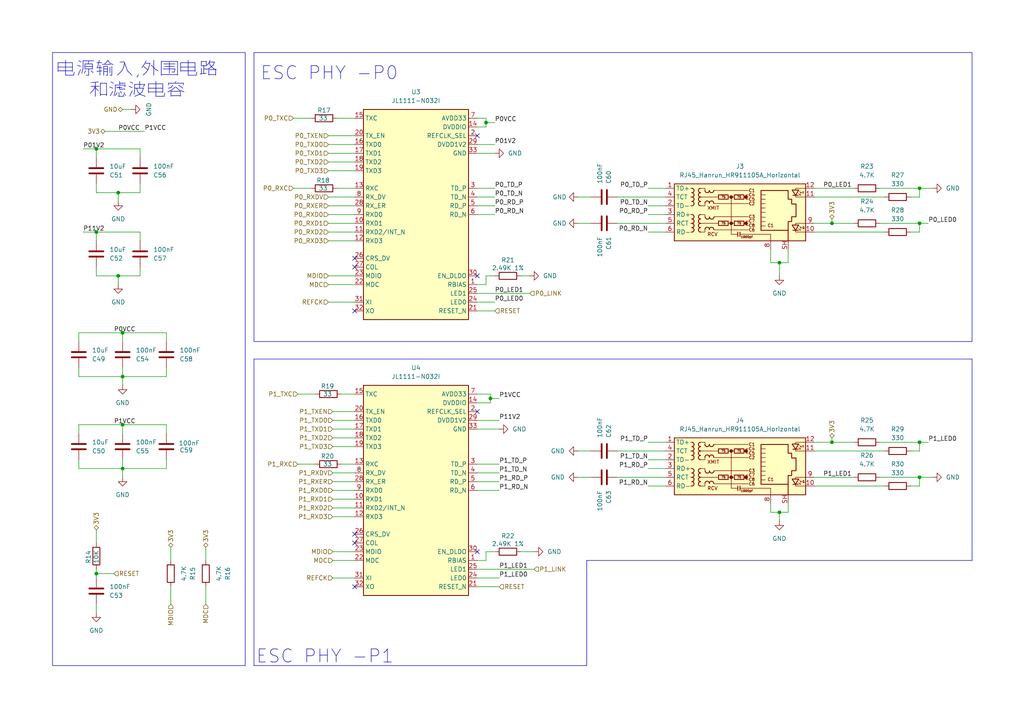
<source format=kicad_sch>
(kicad_sch (version 20250114) (generator "eeschema") (generator_version "9.0")
  (paper "A4")
  (title_block (title "NETWORK") (date "2025-10-30") (rev "V0.1") (company "MouseGlueBoard"))
  (lib_symbols
    (symbol "14_HPM_Internet:JL1111-N032I"
      (property "Reference" "U" (at -12.7 31.75 0))
      (property "Value" "JL1111-N032I" (at 16.51 31.75 0))
      (symbol "JL1111-N032I_1_1"
        (rectangle (start -13.97 30.48) (end 16.51 -30.48) (stroke (width 0.254)) (fill (type background)))
        (pin input line (at -16.51 27.94 0) (length 2.54) (name "TXC") (number "15"))
        (pin input line (at -16.51 22.86 0) (length 2.54) (name "TX_EN") (number "20"))
        (pin input line (at -16.51 20.32 0) (length 2.54) (name "TXD0") (number "16"))
        (pin input line (at -16.51 17.78 0) (length 2.54) (name "TXD1") (number "17"))
        (pin input line (at -16.51 15.24 0) (length 2.54) (name "TXD2") (number "18"))
        (pin input line (at -16.51 12.7 0) (length 2.54) (name "TXD3") (number "19"))
        (pin output line (at -16.51 7.62 0) (length 2.54) (name "RXC") (number "13"))
        (pin output line (at -16.51 5.08 0) (length 2.54) (name "RX_DV") (number "8"))
        (pin output line (at -16.51 2.54 0) (length 2.54) (name "RX_ER") (number "28"))
        (pin output line (at -16.51 0 0) (length 2.54) (name "RXD0") (number "9"))
        (pin output line (at -16.51 -2.54 0) (length 2.54) (name "RXD1") (number "10"))
        (pin output line (at -16.51 -5.08 0) (length 2.54) (name "RXD2/INT_N") (number "11"))
        (pin output line (at -16.51 -7.62 0) (length 2.54) (name "RXD3") (number "12"))
        (pin output line (at -16.51 -12.7 0) (length 2.54) (name "CRS_DV") (number "26"))
        (pin output line (at -16.51 -15.24 0) (length 2.54) (name "COL") (number "27"))
        (pin bidirectional line (at -16.51 -17.78 0) (length 2.54) (name "MDIO") (number "23"))
        (pin input line (at -16.51 -20.32 0) (length 2.54) (name "MDC") (number "22"))
        (pin input line (at -16.51 -25.4 0) (length 2.54) (name "XI") (number "31"))
        (pin output line (at -16.51 -27.94 0) (length 2.54) (name "XO") (number "32"))
        (pin power_in line (at 19.05 27.94 180) (length 2.54) (name "AVDD33") (number "7"))
        (pin power_in line (at 19.05 25.4 180) (length 2.54) (name "DVDDIO") (number "14"))
        (pin power_in line (at 19.05 22.86 180) (length 2.54) (name "REFCLK_SEL") (number "2"))
        (pin power_in line (at 19.05 20.32 180) (length 2.54) (name "DVDD1V2") (number "29"))
        (pin power_in line (at 19.05 17.78 180) (length 2.54) (name "GND") (number "33"))
        (pin input line (at 19.05 7.62 180) (length 2.54) (name "TD_P") (number "3"))
        (pin input line (at 19.05 5.08 180) (length 2.54) (name "TD_N") (number "4"))
        (pin input line (at 19.05 2.54 180) (length 2.54) (name "RD_P") (number "5"))
        (pin input line (at 19.05 0 180) (length 2.54) (name "RD_N") (number "6"))
        (pin input line (at 19.05 -17.78 180) (length 2.54) (name "EN_DLDO") (number "30"))
        (pin input line (at 19.05 -20.32 180) (length 2.54) (name "RBIAS") (number "1"))
        (pin bidirectional line (at 19.05 -22.86 180) (length 2.54) (name "LED1") (number "25"))
        (pin bidirectional line (at 19.05 -25.4 180) (length 2.54) (name "LED0") (number "24"))
        (pin input line (at 19.05 -27.94 180) (length 2.54) (name "RESET_N") (number "21"))
      )
    )
    (symbol "Connector:RJ45_Hanrun_HR911105A_Horizontal"
      (property "Reference" "J" (at 18.415 10.16 0))
      (property "Value" "RJ45_Hanrun_HR911105A_Horizontal" (at -19.05 10.16 0))
      (symbol "RJ45_Hanrun_HR911105A_Horizontal_0_0"
        (circle (center -1.27 5.08) (radius 0.0001) (stroke (width 0.508)))
        (polyline (pts (xy -1.27 5.08) (xy -1.27 -5.715)))
        (circle (center -1.27 -2.54) (radius 0.0001) (stroke (width 0.508)))
        (polyline (pts (xy 0.635 -5.08) (xy 0.635 -6.35)) (stroke (width 0.254)))
        (polyline (pts (xy 1.27 -5.08) (xy 1.27 -6.35)) (stroke (width 0.254)))
        (polyline (pts (xy 3.048 5.08) (xy 2.54 5.08)))
        (circle (center 3.048 5.08) (radius 0.0001) (stroke (width 0.508)))
        (polyline (pts (xy 3.048 -2.54) (xy 2.54 -2.54)))
        (circle (center 3.048 -2.54) (radius 0.0001) (stroke (width 0.508)))
        (polyline (pts (xy 3.683 5.715) (xy 3.048 5.715) (xy 3.048 4.445) (xy 3.683 4.445)))
        (polyline (pts (xy 3.683 -1.905) (xy 3.048 -1.905) (xy 3.048 -3.175) (xy 3.683 -3.175)))
        (polyline (pts (xy 17.399 7.112) (xy 17.399 7.62) (xy 20.32 7.62)))
        (polyline (pts (xy 17.399 -3.048) (xy 17.399 -2.54) (xy 20.32 -2.54)))
        (polyline (pts (xy 20.32 5.08) (xy 17.399 5.08) (xy 17.399 5.588)))
        (polyline (pts (xy 20.32 -5.08) (xy 17.399 -5.08) (xy 17.399 -4.572)))
        (text "XMIT" (at -8.255 1.905 0) (effects (font (size 1.016 1.016)) (justify left)))
        (text "RCV" (at -8.255 -5.715 0) (effects (font (size 1.016 1.016)) (justify left)))
        (text "C1" (at 4.699 6.985 0) (effects (font (size 0.889 0.889))))
        (text "C4" (at 4.699 5.715 0) (effects (font (size 0.889 0.889))))
        (text "C5" (at 4.699 4.445 0) (effects (font (size 0.889 0.889))))
        (text "C2" (at 4.699 3.175 0) (effects (font (size 0.889 0.889))))
        (text "C3" (at 4.699 -0.635 0) (effects (font (size 0.889 0.889))))
        (text "C7" (at 4.699 -1.905 0) (effects (font (size 0.889 0.889))))
        (text "C8" (at 4.699 -3.175 0) (effects (font (size 0.889 0.889))))
        (text "C6" (at 4.699 -4.445 0) (effects (font (size 0.889 0.889))))
        (text "C1" (at 10.16 -3.175 0) (effects (font (size 0.889 0.889))))
      )
      (symbol "RJ45_Hanrun_HR911105A_Horizontal_0_1"
        (rectangle (start -17.78 8.89) (end 20.32 -7.62) (stroke (width 0.254)) (fill (type background)))
        (polyline (pts (xy -12.7 7.62) (xy -13.081 7.62)))
        (polyline (pts (xy -12.7 5.08) (xy -13.081 5.08)))
        (polyline (pts (xy -12.7 2.54) (xy -13.081 2.54)))
        (polyline (pts (xy -12.7 0) (xy -13.081 0)))
        (polyline (pts (xy -12.7 -2.54) (xy -13.081 -2.54)))
        (polyline (pts (xy -12.7 -5.08) (xy -13.081 -5.08)))
        (polyline (pts (xy -10.16 7.62) (xy -8.89 7.62) (xy -8.89 6.985)))
        (polyline (pts (xy -10.16 0) (xy -8.89 0) (xy -8.89 -0.635)))
        (polyline (pts (xy -8.89 3.175) (xy -8.89 2.54) (xy -10.16 2.54)))
        (polyline (pts (xy -8.89 -4.445) (xy -8.89 -5.08) (xy -10.16 -5.08)))
        (polyline (pts (xy -6.35 6.985) (xy 3.683 6.985)))
        (polyline (pts (xy -6.35 3.175) (xy 3.683 3.175)))
        (polyline (pts (xy -6.35 -4.445) (xy 3.683 -4.445)))
        (polyline (pts (xy -6.223 -0.635) (xy 3.683 -0.635)))
        (polyline (pts (xy -5.08 -2.54) (xy -10.16 -2.54)))
        (polyline (pts (xy -4.953 5.08) (xy -10.16 5.08)))
        (polyline (pts (xy -2.159 5.08) (xy -0.381 5.08)))
        (polyline (pts (xy -2.159 -2.54) (xy -0.381 -2.54)))
        (polyline (pts (xy 0.635 -5.715) (xy -1.27 -5.715)))
        (polyline (pts (xy 7.366 3.175) (xy 8.636 3.175)))
        (polyline (pts (xy 7.366 1.905) (xy 8.636 1.905)))
        (polyline (pts (xy 7.366 0.635) (xy 8.636 0.635)))
        (polyline (pts (xy 7.366 -0.762) (xy 8.636 -0.762)))
        (polyline (pts (xy 7.366 -2.032) (xy 8.636 -2.032)))
        (polyline (pts (xy 8.636 5.715) (xy 7.366 5.715)))
        (polyline (pts (xy 8.636 4.445) (xy 7.366 4.445)))
        (polyline (pts (xy 8.636 -3.302) (xy 7.366 -3.302)))
        (polyline (pts (xy 10.16 -5.715) (xy 1.27 -5.715)))
        (polyline (pts (xy 10.16 -5.715) (xy 10.16 -7.62)))
      )
      (symbol "RJ45_Hanrun_HR911105A_Horizontal_1_0"
        (text "1000pF" (at 3.302 -6.477 0) (effects (font (size 0.635 0.635))))
      )
      (symbol "RJ45_Hanrun_HR911105A_Horizontal_1_1"
        (arc (start -12.7 0) (mid -12.0677 -0.635) (end -12.7 -1.27) (stroke (width 0.254)))
        (arc (start -12.6973 7.62) (mid -12.065 6.985) (end -12.6973 6.35) (stroke (width 0.254)))
        (arc (start -12.6973 -1.27) (mid -12.065 -1.905) (end -12.6973 -2.54) (stroke (width 0.254)))
        (arc (start -12.6973 -2.54) (mid -12.065 -3.175) (end -12.6973 -3.81) (stroke (width 0.254)))
        (arc (start -12.6973 -3.81) (mid -12.065 -4.445) (end -12.6973 -5.08) (stroke (width 0.254)))
        (arc (start -12.6946 6.35) (mid -12.0623 5.715) (end -12.6946 5.08) (stroke (width 0.254)))
        (arc (start -12.6946 5.08) (mid -12.0623 4.445) (end -12.6946 3.81) (stroke (width 0.254)))
        (arc (start -12.6946 3.81) (mid -12.0623 3.175) (end -12.6946 2.54) (stroke (width 0.254)))
        (arc (start -10.1654 6.35) (mid -10.7977 6.985) (end -10.1654 7.62) (stroke (width 0.254)))
        (arc (start -10.1654 5.08) (mid -10.7977 5.715) (end -10.1654 6.35) (stroke (width 0.254)))
        (arc (start -10.1654 3.81) (mid -10.7977 4.445) (end -10.1654 5.08) (stroke (width 0.254)))
        (arc (start -10.1654 -1.27) (mid -10.7977 -0.635) (end -10.1654 0) (stroke (width 0.254)))
        (arc (start -10.1654 -2.54) (mid -10.7977 -1.905) (end -10.1654 -1.27) (stroke (width 0.254)))
        (arc (start -10.1654 -3.81) (mid -10.7977 -3.175) (end -10.1654 -2.54) (stroke (width 0.254)))
        (arc (start -10.1627 2.54) (mid -10.795 3.175) (end -10.1627 3.81) (stroke (width 0.254)))
        (arc (start -10.1627 -5.08) (mid -10.795 -4.445) (end -10.1627 -3.81) (stroke (width 0.254)))
        (arc (start -7.62 6.9823) (mid -8.255 6.35) (end -8.89 6.9823) (stroke (width 0.254)))
        (arc (start -8.89 3.3047) (mid -8.255 3.937) (end -7.62 3.3047) (stroke (width 0.254)))
        (arc (start -8.89 -4.3153) (mid -8.255 -3.683) (end -7.62 -4.3153) (stroke (width 0.254)))
        (arc (start -7.5565 -0.7012) (mid -8.1915 -1.3335) (end -8.8265 -0.7012) (stroke (width 0.254)))
        (arc (start -6.35 6.985) (mid -6.985 6.3527) (end -7.62 6.985) (stroke (width 0.254)))
        (arc (start -7.62 3.3074) (mid -6.985 3.9397) (end -6.35 3.3074) (stroke (width 0.254)))
        (arc (start -7.62 -4.3126) (mid -6.985 -3.6803) (end -6.35 -4.3126) (stroke (width 0.254)))
        (arc (start -6.2865 -0.6985) (mid -6.9215 -1.3308) (end -7.5565 -0.6985) (stroke (width 0.254)))
        (rectangle (start -4.953 5.715) (end -2.159 4.445) (stroke (width 0.254)))
        (rectangle (start -4.953 -1.905) (end -2.159 -3.175) (stroke (width 0.254)))
        (rectangle (start -0.381 5.715) (end 2.413 4.445) (stroke (width 0.254)))
        (rectangle (start -0.381 -1.905) (end 2.413 -3.175) (stroke (width 0.254)))
        (polyline (pts (xy 7.366 -4.572) (xy 7.366 6.985) (xy 15.24 6.985) (xy 15.24 4.445) (xy 16.256 4.445) (xy 16.256 3.048) (xy 17.526 3.048) (xy 17.526 -0.635) (xy 16.256 -0.635) (xy 16.256 -2.032) (xy 15.24 -2.032) (xy 15.24 -4.572) (xy 7.366 -4.572)) (stroke (width 0.254)))
        (polyline (pts (xy 15.24 -7.62) (xy 15.24 -4.572)) (stroke (width 0.254)))
        (polyline (pts (xy 18.161 5.588) (xy 16.637 5.588)) (stroke (width 0.254)))
        (polyline (pts (xy 18.161 -4.572) (xy 16.637 -4.572)) (stroke (width 0.254)))
        (polyline (pts (xy 18.288 7.112) (xy 16.383 7.112) (xy 17.399 5.588) (xy 18.288 7.112)) (stroke (width 0.254)))
        (polyline (pts (xy 18.288 6.096) (xy 18.796 5.588) (xy 18.542 5.588)))
        (polyline (pts (xy 18.288 -3.048) (xy 16.383 -3.048) (xy 17.399 -4.572) (xy 18.288 -3.048)) (stroke (width 0.254)))
        (polyline (pts (xy 18.288 -4.064) (xy 18.796 -4.572) (xy 18.542 -4.572)))
        (polyline (pts (xy 18.542 6.731) (xy 19.05 6.223) (xy 18.796 6.223)))
        (polyline (pts (xy 18.542 -3.429) (xy 19.05 -3.937) (xy 18.796 -3.937)))
        (polyline (pts (xy 18.796 5.588) (xy 18.796 5.842)))
        (polyline (pts (xy 18.796 -4.572) (xy 18.796 -4.318)))
        (polyline (pts (xy 19.05 6.223) (xy 19.05 6.477)))
        (polyline (pts (xy 19.05 -3.937) (xy 19.05 -3.683)))
        (text "75" (at -3.556 5.08 0) (effects (font (size 0.635 0.635))))
        (text "75" (at -3.556 -2.54 0) (effects (font (size 0.635 0.635))))
        (text "75" (at 1.016 5.08 0) (effects (font (size 0.635 0.635))))
        (text "75" (at 1.016 -2.54 0) (effects (font (size 0.635 0.635))))
        (text "Y" (at 19.558 6.35 0) (effects (font (size 0.635 0.635))))
        (text "G" (at 19.685 -3.81 0) (effects (font (size 0.635 0.635))))
        (pin passive line (at -20.32 7.62 0) (length 2.54) (name "TD+") (number "1"))
        (pin passive line (at -20.32 5.08 0) (length 2.54) (name "TCT") (number "4"))
        (pin passive line (at -20.32 2.54 0) (length 2.54) (name "TD-") (number "2"))
        (pin passive line (at -20.32 0 0) (length 2.54) (name "RD+") (number "3"))
        (pin passive line (at -20.32 -2.54 0) (length 2.54) (name "RCT") (number "5"))
        (pin passive line (at -20.32 -5.08 0) (length 2.54) (name "RD-") (number "6"))
        (pin power_in line (at 10.16 -10.16 90) (length 2.54) (name "") (number "8"))
        (pin passive line (at 15.24 -10.16 90) (length 2.54) (name "") (number "SH"))
        (pin no_connect line (at 20.32 0 0) (length 0) (hide yes) (name "NC") (number "7"))
        (pin passive line (at 22.86 7.62 180) (length 2.54) (name "") (number "12"))
        (pin passive line (at 22.86 5.08 180) (length 2.54) (name "") (number "11"))
        (pin passive line (at 22.86 -2.54 180) (length 2.54) (name "") (number "9"))
        (pin passive line (at 22.86 -5.08 180) (length 2.54) (name "") (number "10"))
      )
    )
    (symbol "Device:C" (pin_numbers (hide yes)) (pin_names (offset 0.254))
      (property "Reference" "C" (at 0.635 2.54 0))
      (property "Value" "C" (at 0.635 -2.54 0))
      (symbol "C_0_1"
        (polyline (pts (xy -2.032 0.762) (xy 2.032 0.762)) (stroke (width 0.508)))
        (polyline (pts (xy -2.032 -0.762) (xy 2.032 -0.762)) (stroke (width 0.508)))
      )
      (symbol "C_1_1"
        (pin passive line (at 0 3.81 270) (length 2.794) (name "~") (number "1"))
        (pin passive line (at 0 -3.81 90) (length 2.794) (name "~") (number "2"))
      )
    )
    (symbol "Device:R" (pin_numbers (hide yes)) (pin_names (offset 0))
      (property "Reference" "R" (at 2.032 0 90))
      (property "Value" "R" (at 0 0 90))
      (symbol "R_0_1"
        (rectangle (start -1.016 -2.54) (end 1.016 2.54) (stroke (width 0.254)))
      )
      (symbol "R_1_1"
        (pin passive line (at 0 3.81 270) (length 1.27) (name "~") (number "1"))
        (pin passive line (at 0 -3.81 90) (length 1.27) (name "~") (number "2"))
      )
    )
    (symbol "power:GND" (power) (pin_numbers (hide yes)) (pin_names (offset 0) (hide yes))
      (property "Value" "GND" (at 0 -3.81 0))
      (symbol "GND_0_1"
        (polyline (pts (xy 0 0) (xy 0 -1.27) (xy 1.27 -1.27) (xy 0 -2.54) (xy -1.27 -1.27) (xy 0 -1.27)))
      )
      (symbol "GND_1_1"
        (pin power_in line (at 0 0 270) (length 0) (name "~") (number "1"))
      )
    )
  )
  (rectangle (start 73.66 15.24) (end 281.94 99.06))
  (rectangle (start 15.24 15.24) (end 71.12 193.04))
  (text "电源输入,外围电路\n和滤波电容" (at 39.878 23.368 0) (effects (font (size 3.81 3.81))))
  (text "ESC PHY -P1" (at 94.234 190.5 0) (effects (font (size 3.81 3.81))))
  (text "ESC PHY -P0" (at 95.504 21.336 0) (effects (font (size 3.81 3.81))))
  (junction (at 27.94 166.37))
  (junction (at 266.7 64.77))
  (junction (at 140.97 35.56))
  (junction (at 34.29 80.01))
  (junction (at 142.24 115.57))
  (junction (at 27.94 67.31))
  (junction (at 226.06 76.2))
  (junction (at 241.3 128.27))
  (junction (at 35.56 135.89))
  (junction (at 35.56 96.52))
  (junction (at 266.7 128.27))
  (junction (at 241.3 64.77))
  (junction (at 35.56 123.19))
  (junction (at 226.06 148.59))
  (junction (at 266.7 138.43))
  (junction (at 34.29 55.88))
  (junction (at 266.7 54.61))
  (junction (at 35.56 109.22))
  (junction (at 27.94 43.18))
  (no_connect (at 138.43 160.02))
  (no_connect (at 138.43 119.38))
  (no_connect (at 138.43 39.37))
  (no_connect (at 102.87 170.18))
  (no_connect (at 102.87 157.48))
  (no_connect (at 102.87 74.93))
  (no_connect (at 102.87 77.47))
  (no_connect (at 102.87 154.94))
  (no_connect (at 138.43 80.01))
  (no_connect (at 102.87 90.17))
  (wire (pts (xy 255.27 64.77) (xy 266.7 64.77)))
  (wire (pts (xy 266.7 54.61) (xy 270.51 54.61)))
  (wire (pts (xy 35.56 109.22) (xy 35.56 111.76)))
  (wire (pts (xy 96.52 139.7) (xy 102.87 139.7)))
  (polyline (pts (xy 281.94 162.56) (xy 170.18 162.56)))
  (wire (pts (xy 85.09 34.29) (xy 90.17 34.29)))
  (wire (pts (xy 27.94 166.37) (xy 33.02 166.37)))
  (wire (pts (xy 22.86 123.19) (xy 35.56 123.19)))
  (wire (pts (xy 138.43 85.09) (xy 153.67 85.09)))
  (wire (pts (xy 59.69 158.75) (xy 59.69 162.56)))
  (wire (pts (xy 236.22 138.43) (xy 247.65 138.43)))
  (wire (pts (xy 142.24 116.84) (xy 142.24 115.57)))
  (wire (pts (xy 96.52 142.24) (xy 102.87 142.24)))
  (wire (pts (xy 179.07 138.43) (xy 193.04 138.43)))
  (wire (pts (xy 236.22 57.15) (xy 256.54 57.15)))
  (wire (pts (xy 236.22 67.31) (xy 256.54 67.31)))
  (wire (pts (xy 95.25 39.37) (xy 102.87 39.37)))
  (wire (pts (xy 241.3 63.5) (xy 241.3 64.77)))
  (wire (pts (xy 27.94 67.31) (xy 40.64 67.31)))
  (wire (pts (xy 96.52 121.92) (xy 102.87 121.92)))
  (wire (pts (xy 48.26 99.06) (xy 48.26 96.52)))
  (wire (pts (xy 138.43 34.29) (xy 140.97 34.29)))
  (wire (pts (xy 99.06 114.3) (xy 102.87 114.3)))
  (wire (pts (xy 138.43 134.62) (xy 144.78 134.62)))
  (wire (pts (xy 49.53 158.75) (xy 49.53 162.56)))
  (wire (pts (xy 266.7 67.31) (xy 264.16 67.31)))
  (wire (pts (xy 95.25 62.23) (xy 102.87 62.23)))
  (wire (pts (xy 96.52 160.02) (xy 102.87 160.02)))
  (wire (pts (xy 48.26 109.22) (xy 48.26 106.68)))
  (wire (pts (xy 226.06 148.59) (xy 228.6 148.59)))
  (wire (pts (xy 95.25 87.63) (xy 102.87 87.63)))
  (wire (pts (xy 30.48 38.1) (xy 41.91 38.1)))
  (wire (pts (xy 35.56 99.06) (xy 35.56 96.52)))
  (wire (pts (xy 35.56 109.22) (xy 48.26 109.22)))
  (wire (pts (xy 142.24 115.57) (xy 144.78 115.57)))
  (wire (pts (xy 95.25 64.77) (xy 102.87 64.77)))
  (wire (pts (xy 24.13 67.31) (xy 27.94 67.31)))
  (wire (pts (xy 167.64 57.15) (xy 171.45 57.15)))
  (wire (pts (xy 95.25 69.85) (xy 102.87 69.85)))
  (wire (pts (xy 96.52 137.16) (xy 102.87 137.16)))
  (wire (pts (xy 34.29 55.88) (xy 34.29 58.42)))
  (wire (pts (xy 96.52 147.32) (xy 102.87 147.32)))
  (wire (pts (xy 48.26 125.73) (xy 48.26 123.19)))
  (wire (pts (xy 97.79 34.29) (xy 102.87 34.29)))
  (wire (pts (xy 187.96 135.89) (xy 193.04 135.89)))
  (wire (pts (xy 138.43 170.18) (xy 144.78 170.18)))
  (wire (pts (xy 140.97 80.01) (xy 143.51 80.01)))
  (wire (pts (xy 138.43 165.1) (xy 154.94 165.1)))
  (wire (pts (xy 236.22 54.61) (xy 247.65 54.61)))
  (wire (pts (xy 138.43 121.92) (xy 144.78 121.92)))
  (wire (pts (xy 138.43 41.91) (xy 143.51 41.91)))
  (wire (pts (xy 140.97 160.02) (xy 143.51 160.02)))
  (wire (pts (xy 264.16 57.15) (xy 266.7 57.15)))
  (wire (pts (xy 48.26 135.89) (xy 48.26 133.35)))
  (polyline (pts (xy 281.94 104.14) (xy 281.94 162.56)))
  (wire (pts (xy 140.97 80.01) (xy 140.97 82.55)))
  (wire (pts (xy 187.96 59.69) (xy 193.04 59.69)))
  (wire (pts (xy 138.43 139.7) (xy 144.78 139.7)))
  (wire (pts (xy 86.36 134.62) (xy 91.44 134.62)))
  (wire (pts (xy 34.29 80.01) (xy 34.29 82.55)))
  (wire (pts (xy 167.64 130.81) (xy 171.45 130.81)))
  (wire (pts (xy 138.43 87.63) (xy 143.51 87.63)))
  (wire (pts (xy 86.36 114.3) (xy 91.44 114.3)))
  (wire (pts (xy 27.94 77.47) (xy 27.94 80.01)))
  (wire (pts (xy 266.7 64.77) (xy 266.7 67.31)))
  (wire (pts (xy 95.25 44.45) (xy 102.87 44.45)))
  (wire (pts (xy 40.64 77.47) (xy 40.64 80.01)))
  (wire (pts (xy 22.86 99.06) (xy 22.86 96.52)))
  (wire (pts (xy 99.06 134.62) (xy 102.87 134.62)))
  (wire (pts (xy 179.07 64.77) (xy 193.04 64.77)))
  (wire (pts (xy 96.52 144.78) (xy 102.87 144.78)))
  (wire (pts (xy 223.52 76.2) (xy 226.06 76.2)))
  (wire (pts (xy 228.6 72.39) (xy 228.6 76.2)))
  (wire (pts (xy 138.43 124.46) (xy 144.78 124.46)))
  (wire (pts (xy 34.29 55.88) (xy 40.64 55.88)))
  (wire (pts (xy 96.52 124.46) (xy 102.87 124.46)))
  (wire (pts (xy 140.97 160.02) (xy 140.97 162.56)))
  (wire (pts (xy 266.7 138.43) (xy 266.7 140.97)))
  (wire (pts (xy 167.64 64.77) (xy 171.45 64.77)))
  (wire (pts (xy 138.43 114.3) (xy 142.24 114.3)))
  (polyline (pts (xy 73.66 104.14) (xy 73.66 193.04)))
  (wire (pts (xy 140.97 82.55) (xy 138.43 82.55)))
  (wire (pts (xy 241.3 128.27) (xy 247.65 128.27)))
  (wire (pts (xy 264.16 140.97) (xy 266.7 140.97)))
  (wire (pts (xy 95.25 41.91) (xy 102.87 41.91)))
  (wire (pts (xy 140.97 36.83) (xy 140.97 35.56)))
  (wire (pts (xy 241.3 64.77) (xy 247.65 64.77)))
  (wire (pts (xy 266.7 128.27) (xy 266.7 130.81)))
  (wire (pts (xy 187.96 128.27) (xy 193.04 128.27)))
  (wire (pts (xy 223.52 146.05) (xy 223.52 148.59)))
  (wire (pts (xy 187.96 54.61) (xy 193.04 54.61)))
  (wire (pts (xy 27.94 69.85) (xy 27.94 67.31)))
  (wire (pts (xy 95.25 57.15) (xy 102.87 57.15)))
  (wire (pts (xy 95.25 49.53) (xy 102.87 49.53)))
  (wire (pts (xy 35.56 106.68) (xy 35.56 109.22)))
  (wire (pts (xy 138.43 62.23) (xy 143.51 62.23)))
  (polyline (pts (xy 73.66 104.14) (xy 281.94 104.14)))
  (wire (pts (xy 48.26 96.52) (xy 35.56 96.52)))
  (wire (pts (xy 142.24 114.3) (xy 142.24 115.57)))
  (wire (pts (xy 138.43 137.16) (xy 144.78 137.16)))
  (polyline (pts (xy 170.18 193.04) (xy 73.66 193.04)))
  (wire (pts (xy 96.52 129.54) (xy 102.87 129.54)))
  (wire (pts (xy 138.43 90.17) (xy 143.51 90.17)))
  (wire (pts (xy 236.22 64.77) (xy 241.3 64.77)))
  (wire (pts (xy 151.13 160.02) (xy 154.94 160.02)))
  (wire (pts (xy 223.52 148.59) (xy 226.06 148.59)))
  (wire (pts (xy 138.43 54.61) (xy 143.51 54.61)))
  (wire (pts (xy 22.86 96.52) (xy 35.56 96.52)))
  (wire (pts (xy 95.25 80.01) (xy 102.87 80.01)))
  (wire (pts (xy 266.7 128.27) (xy 269.24 128.27)))
  (wire (pts (xy 266.7 138.43) (xy 270.51 138.43)))
  (wire (pts (xy 223.52 72.39) (xy 223.52 76.2)))
  (wire (pts (xy 40.64 53.34) (xy 40.64 55.88)))
  (wire (pts (xy 138.43 36.83) (xy 140.97 36.83)))
  (wire (pts (xy 24.13 43.18) (xy 27.94 43.18)))
  (wire (pts (xy 22.86 135.89) (xy 35.56 135.89)))
  (wire (pts (xy 59.69 175.26) (xy 59.69 170.18)))
  (wire (pts (xy 96.52 162.56) (xy 102.87 162.56)))
  (polyline (pts (xy 170.18 162.56) (xy 170.18 193.04)))
  (wire (pts (xy 27.94 166.37) (xy 27.94 167.64)))
  (wire (pts (xy 27.94 53.34) (xy 27.94 55.88)))
  (wire (pts (xy 266.7 54.61) (xy 266.7 57.15)))
  (wire (pts (xy 140.97 34.29) (xy 140.97 35.56)))
  (wire (pts (xy 34.29 80.01) (xy 40.64 80.01)))
  (wire (pts (xy 138.43 167.64) (xy 144.78 167.64)))
  (wire (pts (xy 264.16 130.81) (xy 266.7 130.81)))
  (wire (pts (xy 96.52 167.64) (xy 102.87 167.64)))
  (wire (pts (xy 236.22 128.27) (xy 241.3 128.27)))
  (wire (pts (xy 241.3 127) (xy 241.3 128.27)))
  (wire (pts (xy 138.43 57.15) (xy 143.51 57.15)))
  (wire (pts (xy 187.96 62.23) (xy 193.04 62.23)))
  (wire (pts (xy 179.07 57.15) (xy 193.04 57.15)))
  (wire (pts (xy 22.86 133.35) (xy 22.86 135.89)))
  (wire (pts (xy 95.25 67.31) (xy 102.87 67.31)))
  (wire (pts (xy 96.52 127) (xy 102.87 127)))
  (wire (pts (xy 138.43 44.45) (xy 143.51 44.45)))
  (wire (pts (xy 140.97 162.56) (xy 138.43 162.56)))
  (wire (pts (xy 228.6 76.2) (xy 226.06 76.2)))
  (wire (pts (xy 187.96 67.31) (xy 193.04 67.31)))
  (wire (pts (xy 22.86 109.22) (xy 35.56 109.22)))
  (wire (pts (xy 255.27 54.61) (xy 266.7 54.61)))
  (wire (pts (xy 27.94 55.88) (xy 34.29 55.88)))
  (wire (pts (xy 226.06 76.2) (xy 226.06 80.01)))
  (wire (pts (xy 27.94 175.26) (xy 27.94 177.8)))
  (wire (pts (xy 40.64 45.72) (xy 40.64 43.18)))
  (wire (pts (xy 35.56 125.73) (xy 35.56 123.19)))
  (wire (pts (xy 151.13 80.01) (xy 153.67 80.01)))
  (wire (pts (xy 27.94 43.18) (xy 40.64 43.18)))
  (wire (pts (xy 228.6 146.05) (xy 228.6 148.59)))
  (wire (pts (xy 140.97 35.56) (xy 143.51 35.56)))
  (wire (pts (xy 96.52 119.38) (xy 102.87 119.38)))
  (wire (pts (xy 22.86 106.68) (xy 22.86 109.22)))
  (wire (pts (xy 35.56 135.89) (xy 48.26 135.89)))
  (wire (pts (xy 96.52 149.86) (xy 102.87 149.86)))
  (wire (pts (xy 40.64 69.85) (xy 40.64 67.31)))
  (wire (pts (xy 95.25 59.69) (xy 102.87 59.69)))
  (wire (pts (xy 266.7 64.77) (xy 269.24 64.77)))
  (wire (pts (xy 138.43 116.84) (xy 142.24 116.84)))
  (wire (pts (xy 255.27 138.43) (xy 266.7 138.43)))
  (wire (pts (xy 49.53 175.26) (xy 49.53 170.18)))
  (wire (pts (xy 226.06 148.59) (xy 226.06 151.13)))
  (wire (pts (xy 22.86 125.73) (xy 22.86 123.19)))
  (wire (pts (xy 138.43 142.24) (xy 144.78 142.24)))
  (wire (pts (xy 27.94 165.1) (xy 27.94 166.37)))
  (wire (pts (xy 236.22 140.97) (xy 256.54 140.97)))
  (wire (pts (xy 48.26 123.19) (xy 35.56 123.19)))
  (wire (pts (xy 27.94 80.01) (xy 34.29 80.01)))
  (wire (pts (xy 97.79 54.61) (xy 102.87 54.61)))
  (wire (pts (xy 187.96 133.35) (xy 193.04 133.35)))
  (wire (pts (xy 138.43 59.69) (xy 143.51 59.69)))
  (wire (pts (xy 95.25 82.55) (xy 102.87 82.55)))
  (wire (pts (xy 35.56 135.89) (xy 35.56 138.43)))
  (wire (pts (xy 27.94 153.67) (xy 27.94 157.48)))
  (wire (pts (xy 167.64 138.43) (xy 171.45 138.43)))
  (wire (pts (xy 95.25 46.99) (xy 102.87 46.99)))
  (wire (pts (xy 236.22 130.81) (xy 256.54 130.81)))
  (wire (pts (xy 179.07 130.81) (xy 193.04 130.81)))
  (wire (pts (xy 187.96 140.97) (xy 193.04 140.97)))
  (wire (pts (xy 266.7 128.27) (xy 255.27 128.27)))
  (wire (pts (xy 85.09 54.61) (xy 90.17 54.61)))
  (wire (pts (xy 35.56 133.35) (xy 35.56 135.89)))
  (wire (pts (xy 27.94 45.72) (xy 27.94 43.18)))
  (wire (pts (xy 35.56 31.75) (xy 38.1 31.75)))
  (label "P1_TD_P" (at 187.96 128.27 180))
  (label "P1_TD_N" (at 144.78 137.16 0))
  (label "P0_RD_N" (at 187.96 67.31 180))
  (label "P0_TD_P" (at 187.96 54.61 180))
  (label "P1_LED0" (at 269.24 128.27 0))
  (label "P1_LED0" (at 144.78 167.64 0))
  (label "P0_TD_N" (at 143.51 57.15 0))
  (label "P1_TD_P" (at 144.78 134.62 0))
  (label "P0_TD_P" (at 143.51 54.61 0))
  (label "P1VCC" (at 144.78 115.57 0))
  (label "P0_TD_N" (at 187.96 59.69 180))
  (label "P1_LED1" (at 238.76 138.43 0))
  (label "P1_LED1" (at 144.78 165.1 0))
  (label "P1_RD_P" (at 144.78 139.7 0))
  (label "P0VCC" (at 34.29 38.1 0))
  (label "P0VCC" (at 143.51 35.56 0))
  (label "P0_LED0" (at 269.24 64.77 0))
  (label "P1VCC" (at 41.91 38.1 0))
  (label "P0VCC" (at 33.02 96.52 0))
  (label "P0_RD_P" (at 187.96 62.23 180))
  (label "P1_RD_P" (at 187.96 135.89 180))
  (label "P1_RD_N" (at 144.78 142.24 0))
  (label "P1_RD_N" (at 187.96 140.97 180))
  (label "P1_TD_N" (at 187.96 133.35 180))
  (label "P0_LED1" (at 238.76 54.61 0))
  (label "P0_LED0" (at 143.51 87.63 0))
  (label "P01V2" (at 143.51 41.91 0))
  (label "P11V2" (at 144.78 121.92 0))
  (label "P0_LED1" (at 143.51 85.09 0))
  (label "P0_RD_N" (at 143.51 62.23 0))
  (label "P0_RD_P" (at 143.51 59.69 0))
  (label "P11V2" (at 24.13 67.31 0))
  (label "P1VCC" (at 33.02 123.19 0))
  (label "P01V2" (at 24.13 43.18 0))
  (hierarchical_label "P1_RXD3" (shape input) (at 96.52 149.86 180))
  (hierarchical_label "3V3" (shape bidirectional) (at 27.94 153.67 90))
  (hierarchical_label "P1_TXD3" (shape input) (at 96.52 129.54 180))
  (hierarchical_label "P1_RXC" (shape input) (at 86.36 134.62 180))
  (hierarchical_label "P0_RXD0" (shape input) (at 95.25 62.23 180))
  (hierarchical_label "P0_TXD1" (shape input) (at 95.25 44.45 180))
  (hierarchical_label "P1_RXDV" (shape input) (at 96.52 137.16 180))
  (hierarchical_label "GND" (shape bidirectional) (at 35.56 31.75 180))
  (hierarchical_label "P0_RXD2" (shape input) (at 95.25 67.31 180))
  (hierarchical_label "MDIO" (shape input) (at 49.53 175.26 270))
  (hierarchical_label "MDIO" (shape input) (at 95.25 80.01 180))
  (hierarchical_label "P1_TXC" (shape input) (at 86.36 114.3 180))
  (hierarchical_label "P0_TXD3" (shape input) (at 95.25 49.53 180))
  (hierarchical_label "P1_RXD0" (shape input) (at 96.52 142.24 180))
  (hierarchical_label "P1_TXD0" (shape input) (at 96.52 121.92 180))
  (hierarchical_label "3V3" (shape bidirectional) (at 241.3 63.5 90))
  (hierarchical_label "P0_RXD3" (shape input) (at 95.25 69.85 180))
  (hierarchical_label "RESET" (shape input) (at 143.51 90.17 0))
  (hierarchical_label "MDIO" (shape input) (at 96.52 160.02 180))
  (hierarchical_label "P0_TXEN" (shape input) (at 95.25 39.37 180))
  (hierarchical_label "P0_TXD2" (shape input) (at 95.25 46.99 180))
  (hierarchical_label "P0_TXC" (shape input) (at 85.09 34.29 180))
  (hierarchical_label "P1_LINK" (shape input) (at 154.94 165.1 0))
  (hierarchical_label "REFCK" (shape input) (at 95.25 87.63 180))
  (hierarchical_label "3V3" (shape bidirectional) (at 30.48 38.1 180))
  (hierarchical_label "P0_TXD0" (shape input) (at 95.25 41.91 180))
  (hierarchical_label "P1_TXD1" (shape input) (at 96.52 124.46 180))
  (hierarchical_label "MDC" (shape input) (at 95.25 82.55 180))
  (hierarchical_label "P0_RXD1" (shape input) (at 95.25 64.77 180))
  (hierarchical_label "P1_RXD2" (shape input) (at 96.52 147.32 180))
  (hierarchical_label "P1_RXD1" (shape input) (at 96.52 144.78 180))
  (hierarchical_label "3V3" (shape bidirectional) (at 59.69 158.75 90))
  (hierarchical_label "P1_RXER" (shape input) (at 96.52 139.7 180))
  (hierarchical_label "P0_LINK" (shape input) (at 153.67 85.09 0))
  (hierarchical_label "P1_TXEN" (shape input) (at 96.52 119.38 180))
  (hierarchical_label "RESET" (shape input) (at 144.78 170.18 0))
  (hierarchical_label "P0_RXC" (shape input) (at 85.09 54.61 180))
  (hierarchical_label "3V3" (shape bidirectional) (at 49.53 158.75 90))
  (hierarchical_label "MDC" (shape input) (at 59.69 175.26 270))
  (hierarchical_label "REFCK" (shape input) (at 96.52 167.64 180))
  (hierarchical_label "P0_RXDV" (shape input) (at 95.25 57.15 180))
  (hierarchical_label "P1_TXD2" (shape input) (at 96.52 127 180))
  (hierarchical_label "3V3" (shape bidirectional) (at 241.3 127 90))
  (hierarchical_label "MDC" (shape input) (at 96.52 162.56 180))
  (hierarchical_label "P0_RXER" (shape input) (at 95.25 59.69 180))
  (hierarchical_label "RESET" (shape input) (at 33.02 166.37 0))
  (symbol (lib_id "Device:R") (at 260.35 67.31 90) (unit 1)
    (property "Reference" "R28" (at 260.35 60.96 90))
    (property "Value" "330" (at 260.35 63.5 90))
    (property "Footprint" "Resistor_SMD:R_0402_1005Metric" (effects (hide yes)))
    (property "Description" "Resistor" (effects (hide yes)))
  )
  (symbol (lib_id "14_HPM_Internet:JL1111-N032I") (at 119.38 62.23 0) (unit 1)
    (property "Reference" "U3" (at 120.65 26.67 0))
    (property "Value" "JL1111-N032I" (at 120.65 29.21 0))
    (property "Footprint" "Package_DFN_QFN:QFN-32-1EP_5x5mm_P0.5mm_EP3.1x3.1mm" (effects (hide yes)))
    (property "Model" "JL1111-N032I" (effects (hide yes)))
    (property "Company" "JLSEMI/景略" (effects (hide yes)))
  )
  (symbol (lib_id "power:GND") (at 167.64 64.77 270) (unit 1)
    (property "Reference" "#PWR052" (effects (hide yes)))
    (property "Value" "GND" (at 164.338 64.77 90) (effects (justify right)))
    (property "Description" "Power symbol creates a global label with name \"GND\" , ground" (effects (hide yes)))
  )
  (symbol (lib_id "Device:R") (at 147.32 160.02 90) (unit 1)
    (property "Reference" "R22" (at 147.32 155.448 90))
    (property "Value" "2.49K 1%" (at 147.32 157.734 90))
    (property "Footprint" "Resistor_SMD:R_0402_1005Metric" (effects (hide yes)))
    (property "Description" "Resistor" (effects (hide yes)))
  )
  (symbol (lib_id "Device:C") (at 35.56 129.54 0) (mirror x) (unit 1)
    (property "Reference" "C55" (at 39.37 130.8101 0) (effects (justify left)))
    (property "Value" "100nF" (at 39.37 128.2701 0) (effects (justify left)))
    (property "Footprint" "Capacitor_SMD:C_0402_1005Metric" (effects (hide yes)))
    (property "Description" "Unpolarized capacitor" (effects (hide yes)))
  )
  (symbol (lib_id "Device:R") (at 49.53 166.37 0) (unit 1)
    (property "Reference" "R15" (at 55.88 166.37 90))
    (property "Value" "4.7K" (at 53.34 166.37 90))
    (property "Footprint" "Resistor_SMD:R_0402_1005Metric" (effects (hide yes)))
    (property "Description" "Resistor" (effects (hide yes)))
  )
  (symbol (lib_id "power:GND") (at 167.64 138.43 270) (mirror x) (unit 1)
    (property "Reference" "#PWR054" (effects (hide yes)))
    (property "Value" "GND" (at 163.83 138.4301 90) (effects (justify right)))
    (property "Description" "Power symbol creates a global label with name \"GND\" , ground" (effects (hide yes)))
  )
  (symbol (lib_id "Connector:RJ45_Hanrun_HR911105A_Horizontal") (at 213.36 135.89 0) (unit 1)
    (property "Reference" "J4" (at 214.63 121.92 0))
    (property "Value" "RJ45_Hanrun_HR911105A_Horizontal" (at 214.63 124.46 0))
    (property "Footprint" "Connector_RJ:RJ45_Hanrun_HR911105A_Horizontal" (effects (hide yes)))
    (property "Datasheet" "https://datasheet.lcsc.com/lcsc/1811141815_HANRUN-Zhongshan-HanRun-Elec-HR911105A_C12074.pdf" (effects (hide yes)))
    (property "Description" "1 Port RJ45 Magjack Connector Through Hole 10/100 Base-T, AutoMDIX" (effects (hide yes)))
  )
  (symbol (lib_id "Device:R") (at 260.35 57.15 90) (unit 1)
    (property "Reference" "R27" (at 260.35 50.8 90))
    (property "Value" "330" (at 260.35 53.34 90))
    (property "Footprint" "Resistor_SMD:R_0402_1005Metric" (effects (hide yes)))
    (property "Description" "Resistor" (effects (hide yes)))
  )
  (symbol (lib_id "Device:R") (at 27.94 161.29 180) (unit 1)
    (property "Reference" "R14" (at 25.654 161.544 90))
    (property "Value" "10K" (at 27.94 161.544 90))
    (property "Footprint" "Resistor_SMD:R_0402_1005Metric" (effects (hide yes)))
    (property "Description" "Resistor" (effects (hide yes)))
  )
  (symbol (lib_id "Device:C") (at 27.94 49.53 0) (mirror x) (unit 1)
    (property "Reference" "C51" (at 31.75 50.8001 0) (effects (justify left)))
    (property "Value" "10uF" (at 31.75 48.2601 0) (effects (justify left)))
    (property "Footprint" "Capacitor_SMD:C_0402_1005Metric" (effects (hide yes)))
    (property "Description" "Unpolarized capacitor" (effects (hide yes)))
  )
  (symbol (lib_id "power:GND") (at 35.56 111.76 0) (unit 1)
    (property "Reference" "#PWR044" (effects (hide yes)))
    (property "Value" "GND" (at 35.56 116.84 0))
    (property "Description" "Power symbol creates a global label with name \"GND\" , ground" (effects (hide yes)))
  )
  (symbol (lib_id "power:GND") (at 226.06 80.01 0) (unit 1)
    (property "Reference" "#PWR055" (effects (hide yes)))
    (property "Value" "GND" (at 226.06 85.09 0))
    (property "Description" "Power symbol creates a global label with name \"GND\" , ground" (effects (hide yes)))
  )
  (symbol (lib_id "power:GND") (at 34.29 58.42 0) (unit 1)
    (property "Reference" "#PWR042" (effects (hide yes)))
    (property "Value" "GND" (at 34.29 63.5 0))
    (property "Description" "Power symbol creates a global label with name \"GND\" , ground" (effects (hide yes)))
  )
  (symbol (lib_id "Device:C") (at 22.86 129.54 0) (mirror x) (unit 1)
    (property "Reference" "C50" (at 26.67 130.8101 0) (effects (justify left)))
    (property "Value" "10uF" (at 26.67 128.2701 0) (effects (justify left)))
    (property "Footprint" "Capacitor_SMD:C_0402_1005Metric" (effects (hide yes)))
    (property "Description" "Unpolarized capacitor" (effects (hide yes)))
  )
  (symbol (lib_id "Device:R") (at 59.69 166.37 0) (unit 1)
    (property "Reference" "R16" (at 66.04 166.37 90))
    (property "Value" "4.7K" (at 63.5 166.37 90))
    (property "Footprint" "Resistor_SMD:R_0402_1005Metric" (effects (hide yes)))
    (property "Description" "Resistor" (effects (hide yes)))
  )
  (symbol (lib_id "Device:C") (at 175.26 57.15 270) (mirror x) (unit 1)
    (property "Reference" "C60" (at 176.5301 53.34 0) (effects (justify left)))
    (property "Value" "100nF" (at 173.9901 53.34 0) (effects (justify left)))
    (property "Footprint" "Capacitor_SMD:C_0402_1005Metric" (effects (hide yes)))
    (property "Description" "Unpolarized capacitor" (effects (hide yes)))
  )
  (symbol (lib_id "power:GND") (at 38.1 31.75 90) (unit 1)
    (property "Reference" "#PWR046" (effects (hide yes)))
    (property "Value" "GND" (at 43.18 31.75 0))
    (property "Description" "Power symbol creates a global label with name \"GND\" , ground" (effects (hide yes)))
  )
  (symbol (lib_id "Device:C") (at 40.64 73.66 0) (mirror x) (unit 1)
    (property "Reference" "C57" (at 44.45 74.9301 0) (effects (justify left)))
    (property "Value" "100nF" (at 44.45 72.3901 0) (effects (justify left)))
    (property "Footprint" "Capacitor_SMD:C_0402_1005Metric" (effects (hide yes)))
    (property "Description" "Unpolarized capacitor" (effects (hide yes)))
  )
  (symbol (lib_id "Device:R") (at 260.35 140.97 90) (unit 1)
    (property "Reference" "R30" (at 260.35 134.62 90))
    (property "Value" "330" (at 260.35 137.16 90))
    (property "Footprint" "Resistor_SMD:R_0402_1005Metric" (effects (hide yes)))
    (property "Description" "Resistor" (effects (hide yes)))
  )
  (symbol (lib_id "power:GND") (at 27.94 177.8 0) (unit 1)
    (property "Reference" "#PWR041" (effects (hide yes)))
    (property "Value" "GND" (at 27.94 182.88 0))
    (property "Description" "Power symbol creates a global label with name \"GND\" , ground" (effects (hide yes)))
  )
  (symbol (lib_id "power:GND") (at 167.64 130.81 270) (unit 1)
    (property "Reference" "#PWR053" (effects (hide yes)))
    (property "Value" "GND" (at 163.83 130.8099 90) (effects (justify right)))
    (property "Description" "Power symbol creates a global label with name \"GND\" , ground" (effects (hide yes)))
  )
  (symbol (lib_id "power:GND") (at 143.51 44.45 90) (unit 1)
    (property "Reference" "#PWR047" (effects (hide yes)))
    (property "Value" "GND" (at 147.32 44.4499 90) (effects (justify right)))
    (property "Description" "Power symbol creates a global label with name \"GND\" , ground" (effects (hide yes)))
  )
  (symbol (lib_id "Device:R") (at 251.46 54.61 90) (unit 1)
    (property "Reference" "R23" (at 251.46 48.26 90))
    (property "Value" "4.7K" (at 251.46 50.8 90))
    (property "Footprint" "Resistor_SMD:R_0402_1005Metric" (effects (hide yes)))
    (property "Description" "Resistor" (effects (hide yes)))
  )
  (symbol (lib_id "Device:C") (at 48.26 129.54 0) (mirror x) (unit 1)
    (property "Reference" "C59" (at 52.07 130.556 0) (effects (justify left)))
    (property "Value" "100nF" (at 51.816 128.524 0) (effects (justify left)))
    (property "Footprint" "Capacitor_SMD:C_0402_1005Metric" (effects (hide yes)))
    (property "Description" "Unpolarized capacitor" (effects (hide yes)))
  )
  (symbol (lib_id "Device:R") (at 93.98 54.61 90) (unit 1)
    (property "Reference" "R18" (at 93.726 52.324 90))
    (property "Value" "33" (at 93.726 54.61 90))
    (property "Footprint" "Resistor_SMD:R_0402_1005Metric" (effects (hide yes)))
    (property "Description" "Resistor" (effects (hide yes)))
  )
  (symbol (lib_id "Connector:RJ45_Hanrun_HR911105A_Horizontal") (at 213.36 62.23 0) (unit 1)
    (property "Reference" "J3" (at 214.63 48.26 0))
    (property "Value" "RJ45_Hanrun_HR911105A_Horizontal" (at 214.63 50.8 0))
    (property "Footprint" "Connector_RJ:RJ45_Hanrun_HR911105A_Horizontal" (effects (hide yes)))
    (property "Datasheet" "https://datasheet.lcsc.com/lcsc/1811141815_HANRUN-Zhongshan-HanRun-Elec-HR911105A_C12074.pdf" (effects (hide yes)))
    (property "Description" "1 Port RJ45 Magjack Connector Through Hole 10/100 Base-T, AutoMDIX" (effects (hide yes)))
  )
  (symbol (lib_id "power:GND") (at 34.29 82.55 0) (unit 1)
    (property "Reference" "#PWR043" (effects (hide yes)))
    (property "Value" "GND" (at 34.29 87.63 0))
    (property "Description" "Power symbol creates a global label with name \"GND\" , ground" (effects (hide yes)))
  )
  (symbol (lib_id "power:GND") (at 270.51 138.43 90) (unit 1)
    (property "Reference" "#PWR058" (effects (hide yes)))
    (property "Value" "GND" (at 274.32 138.4299 90) (effects (justify right)))
    (property "Description" "Power symbol creates a global label with name \"GND\" , ground" (effects (hide yes)))
  )
  (symbol (lib_id "Device:C") (at 175.26 130.81 270) (mirror x) (unit 1)
    (property "Reference" "C62" (at 176.5301 127 0) (effects (justify left)))
    (property "Value" "100nF" (at 173.9901 127 0) (effects (justify left)))
    (property "Footprint" "Capacitor_SMD:C_0402_1005Metric" (effects (hide yes)))
    (property "Description" "Unpolarized capacitor" (effects (hide yes)))
  )
  (symbol (lib_id "Device:R") (at 251.46 64.77 90) (unit 1)
    (property "Reference" "R24" (at 251.46 58.42 90))
    (property "Value" "4.7K" (at 251.46 60.96 90))
    (property "Footprint" "Resistor_SMD:R_0402_1005Metric" (effects (hide yes)))
    (property "Description" "Resistor" (effects (hide yes)))
  )
  (symbol (lib_id "power:GND") (at 270.51 54.61 90) (unit 1)
    (property "Reference" "#PWR057" (effects (hide yes)))
    (property "Value" "GND" (at 274.32 54.6099 90) (effects (justify right)))
    (property "Description" "Power symbol creates a global label with name \"GND\" , ground" (effects (hide yes)))
  )
  (symbol (lib_id "Device:R") (at 147.32 80.01 90) (unit 1)
    (property "Reference" "R21" (at 147.32 75.438 90))
    (property "Value" "2.49K 1%" (at 147.32 77.724 90))
    (property "Footprint" "Resistor_SMD:R_0402_1005Metric" (effects (hide yes)))
    (property "Description" "Resistor" (effects (hide yes)))
  )
  (symbol (lib_id "Device:C") (at 175.26 64.77 270) (unit 1)
    (property "Reference" "C61" (at 176.5301 68.58 0) (effects (justify left)))
    (property "Value" "100nF" (at 173.9901 68.58 0) (effects (justify left)))
    (property "Footprint" "Capacitor_SMD:C_0402_1005Metric" (effects (hide yes)))
    (property "Description" "Unpolarized capacitor" (effects (hide yes)))
  )
  (symbol (lib_id "Device:C") (at 27.94 171.45 0) (mirror x) (unit 1)
    (property "Reference" "C53" (at 31.75 172.7201 0) (effects (justify left)))
    (property "Value" "100nF" (at 31.75 170.1801 0) (effects (justify left)))
    (property "Footprint" "Capacitor_SMD:C_0402_1005Metric" (effects (hide yes)))
    (property "Description" "Unpolarized capacitor" (effects (hide yes)))
  )
  (symbol (lib_id "Device:R") (at 95.25 134.62 90) (unit 1)
    (property "Reference" "R20" (at 94.996 132.334 90))
    (property "Value" "33" (at 94.996 134.62 90))
    (property "Footprint" "Resistor_SMD:R_0402_1005Metric" (effects (hide yes)))
    (property "Description" "Resistor" (effects (hide yes)))
  )
  (symbol (lib_id "power:GND") (at 35.56 138.43 0) (unit 1)
    (property "Reference" "#PWR045" (effects (hide yes)))
    (property "Value" "GND" (at 35.56 143.51 0))
    (property "Description" "Power symbol creates a global label with name \"GND\" , ground" (effects (hide yes)))
  )
  (symbol (lib_id "Device:C") (at 48.26 102.87 0) (mirror x) (unit 1)
    (property "Reference" "C58" (at 52.07 104.1401 0) (effects (justify left)))
    (property "Value" "100nF" (at 52.07 101.6001 0) (effects (justify left)))
    (property "Footprint" "Capacitor_SMD:C_0402_1005Metric" (effects (hide yes)))
    (property "Description" "Unpolarized capacitor" (effects (hide yes)))
  )
  (symbol (lib_id "Device:C") (at 35.56 102.87 0) (mirror x) (unit 1)
    (property "Reference" "C54" (at 39.37 104.1401 0) (effects (justify left)))
    (property "Value" "100nF" (at 39.37 101.6001 0) (effects (justify left)))
    (property "Footprint" "Capacitor_SMD:C_0402_1005Metric" (effects (hide yes)))
    (property "Description" "Unpolarized capacitor" (effects (hide yes)))
  )
  (symbol (lib_id "power:GND") (at 167.64 57.15 270) (unit 1)
    (property "Reference" "#PWR051" (effects (hide yes)))
    (property "Value" "GND" (at 164.338 57.15 90) (effects (justify right)))
    (property "Description" "Power symbol creates a global label with name \"GND\" , ground" (effects (hide yes)))
  )
  (symbol (lib_id "Device:R") (at 251.46 128.27 90) (unit 1)
    (property "Reference" "R25" (at 251.46 121.92 90))
    (property "Value" "4.7K" (at 251.46 124.46 90))
    (property "Footprint" "Resistor_SMD:R_0402_1005Metric" (effects (hide yes)))
    (property "Description" "Resistor" (effects (hide yes)))
  )
  (symbol (lib_id "power:GND") (at 153.67 80.01 90) (unit 1)
    (property "Reference" "#PWR049" (effects (hide yes)))
    (property "Value" "GND" (at 157.48 80.0099 90) (effects (justify right)))
    (property "Description" "Power symbol creates a global label with name \"GND\" , ground" (effects (hide yes)))
  )
  (symbol (lib_id "Device:R") (at 251.46 138.43 90) (unit 1)
    (property "Reference" "R26" (at 251.46 132.08 90))
    (property "Value" "4.7K" (at 251.46 134.62 90))
    (property "Footprint" "Resistor_SMD:R_0402_1005Metric" (effects (hide yes)))
    (property "Description" "Resistor" (effects (hide yes)))
  )
  (symbol (lib_id "Device:C") (at 175.26 138.43 270) (unit 1)
    (property "Reference" "C63" (at 176.5301 142.24 0) (effects (justify left)))
    (property "Value" "100nF" (at 173.9901 142.24 0) (effects (justify left)))
    (property "Footprint" "Capacitor_SMD:C_0402_1005Metric" (effects (hide yes)))
    (property "Description" "Unpolarized capacitor" (effects (hide yes)))
  )
  (symbol (lib_id "Device:C") (at 40.64 49.53 0) (mirror x) (unit 1)
    (property "Reference" "C56" (at 44.45 50.8001 0) (effects (justify left)))
    (property "Value" "100nF" (at 44.45 48.2601 0) (effects (justify left)))
    (property "Footprint" "Capacitor_SMD:C_0402_1005Metric" (effects (hide yes)))
    (property "Description" "Unpolarized capacitor" (effects (hide yes)))
  )
  (symbol (lib_id "Device:C") (at 27.94 73.66 0) (mirror x) (unit 1)
    (property "Reference" "C52" (at 31.75 74.9301 0) (effects (justify left)))
    (property "Value" "10uF" (at 31.75 72.3901 0) (effects (justify left)))
    (property "Footprint" "Capacitor_SMD:C_0402_1005Metric" (effects (hide yes)))
    (property "Description" "Unpolarized capacitor" (effects (hide yes)))
  )
  (symbol (lib_id "Device:R") (at 95.25 114.3 90) (unit 1)
    (property "Reference" "R19" (at 94.996 112.014 90))
    (property "Value" "33" (at 94.996 114.3 90))
    (property "Footprint" "Resistor_SMD:R_0402_1005Metric" (effects (hide yes)))
    (property "Description" "Resistor" (effects (hide yes)))
  )
  (symbol (lib_id "power:GND") (at 226.06 151.13 0) (unit 1)
    (property "Reference" "#PWR056" (effects (hide yes)))
    (property "Value" "GND" (at 226.06 156.21 0))
    (property "Description" "Power symbol creates a global label with name \"GND\" , ground" (effects (hide yes)))
  )
  (symbol (lib_id "power:GND") (at 144.78 124.46 90) (unit 1)
    (property "Reference" "#PWR048" (effects (hide yes)))
    (property "Value" "GND" (at 148.59 124.4599 90) (effects (justify right)))
    (property "Description" "Power symbol creates a global label with name \"GND\" , ground" (effects (hide yes)))
  )
  (symbol (lib_id "Device:R") (at 260.35 130.81 90) (unit 1)
    (property "Reference" "R29" (at 260.35 124.46 90))
    (property "Value" "330" (at 260.35 127 90))
    (property "Footprint" "Resistor_SMD:R_0402_1005Metric" (effects (hide yes)))
    (property "Description" "Resistor" (effects (hide yes)))
  )
  (symbol (lib_id "14_HPM_Internet:JL1111-N032I") (at 119.38 142.24 0) (unit 1)
    (property "Reference" "U4" (at 120.65 106.68 0))
    (property "Value" "JL1111-N032I" (at 120.65 109.22 0))
    (property "Footprint" "Package_DFN_QFN:QFN-32-1EP_5x5mm_P0.5mm_EP3.1x3.1mm" (effects (hide yes)))
    (property "Model" "JL1111-N032I" (effects (hide yes)))
    (property "Company" "JLSEMI/景略" (effects (hide yes)))
  )
  (symbol (lib_id "power:GND") (at 154.94 160.02 90) (unit 1)
    (property "Reference" "#PWR050" (effects (hide yes)))
    (property "Value" "GND" (at 158.75 160.0199 90) (effects (justify right)))
    (property "Description" "Power symbol creates a global label with name \"GND\" , ground" (effects (hide yes)))
  )
  (symbol (lib_id "Device:C") (at 22.86 102.87 0) (mirror x) (unit 1)
    (property "Reference" "C49" (at 26.67 104.1401 0) (effects (justify left)))
    (property "Value" "10uF" (at 26.67 101.6001 0) (effects (justify left)))
    (property "Footprint" "Capacitor_SMD:C_0402_1005Metric" (effects (hide yes)))
    (property "Description" "Unpolarized capacitor" (effects (hide yes)))
  )
  (symbol (lib_id "Device:R") (at 93.98 34.29 90) (unit 1)
    (property "Reference" "R17" (at 93.98 32.004 90))
    (property "Value" "33" (at 93.726 34.29 90))
    (property "Footprint" "Resistor_SMD:R_0402_1005Metric" (effects (hide yes)))
    (property "Description" "Resistor" (effects (hide yes)))
  )
)
</source>
